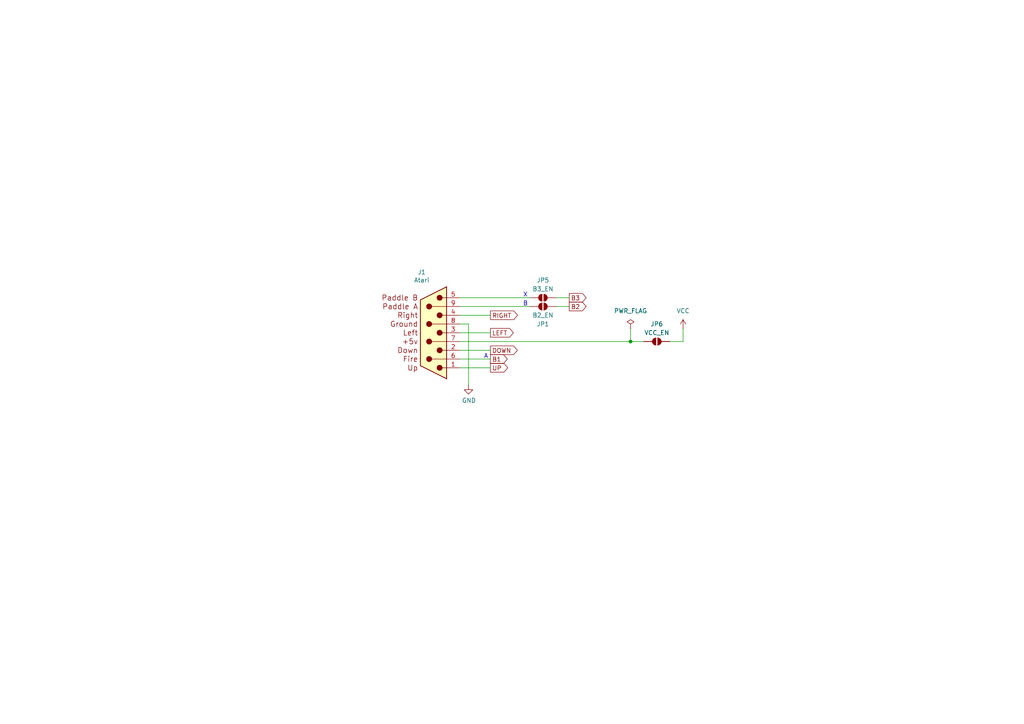
<source format=kicad_sch>
(kicad_sch (version 20231120) (generator "eeschema") (generator_version "8.0")
  (paper "A4")
  (lib_symbols
    (symbol "Jumper:SolderJumper_2_Open" (pin_numbers hide) (pin_names (offset 0) hide) (exclude_from_sim yes) (in_bom no)
      (property "Reference" "JP" (at 0 2.032 0))
      (property "Value" "SolderJumper_2_Open" (at 0 -2.54 0))
      (symbol "SolderJumper_2_Open_0_1"
        (arc (start -0.254 1.016) (mid -1.2656 0) (end -0.254 -1.016))
        (arc (start -0.254 1.016) (mid -1.2656 0) (end -0.254 -1.016) (fill (type outline)))
        (polyline (pts (xy -0.254 1.016) (xy -0.254 -1.016)))
        (polyline (pts (xy 0.254 1.016) (xy 0.254 -1.016)))
        (arc (start 0.254 -1.016) (mid 1.2656 0) (end 0.254 1.016))
        (arc (start 0.254 -1.016) (mid 1.2656 0) (end 0.254 1.016) (fill (type outline)))
      )
      (symbol "SolderJumper_2_Open_1_1"
        (pin passive line (at -3.81 0 0) (length 2.54) (name "A") (number "1"))
        (pin passive line (at 3.81 0 180) (length 2.54) (name "B") (number "2"))
      )
    )
    (symbol "atari_joystick:Atari_Port_Mounting" (pin_names (offset 1.016) hide)
      (property "Reference" "J" (at 0 13.97 0))
      (property "Value" "Atari_Port_Mounting" (at 0 16.51 0))
      (symbol "Atari_Port_Mounting_0_0"
        (text "+5v" (at 4.445 -2.54 0) (effects (font (size 1.524 1.524)) (justify left)))
        (text "Down" (at 4.445 -5.08 0) (effects (font (size 1.524 1.524)) (justify left)))
        (text "Fire" (at 4.445 -7.62 0) (effects (font (size 1.524 1.524)) (justify left)))
        (text "Ground" (at 4.445 2.54 0) (effects (font (size 1.524 1.524)) (justify left)))
        (text "Left" (at 4.445 0 0) (effects (font (size 1.524 1.524)) (justify left)))
        (text "Paddle A" (at 4.445 7.62 0) (effects (font (size 1.524 1.524)) (justify left)))
        (text "Paddle B" (at 4.445 10.16 0) (effects (font (size 1.524 1.524)) (justify left)))
        (text "Right" (at 4.445 5.08 0) (effects (font (size 1.524 1.524)) (justify left)))
        (text "Up" (at 4.445 -10.16 0) (effects (font (size 1.524 1.524)) (justify left)))
      )
      (symbol "Atari_Port_Mounting_0_1"
        (circle (center -1.778 -10.16) (radius 0.762) (fill (type outline)))
        (circle (center -1.778 -5.08) (radius 0.762) (fill (type outline)))
        (circle (center -1.778 0) (radius 0.762) (fill (type outline)))
        (circle (center -1.778 5.08) (radius 0.762) (fill (type outline)))
        (circle (center -1.778 10.16) (radius 0.762) (fill (type outline)))
        (polyline (pts (xy -3.81 -10.16) (xy -2.54 -10.16)))
        (polyline (pts (xy -3.81 -7.62) (xy 0.508 -7.62)))
        (polyline (pts (xy -3.81 -5.08) (xy -2.54 -5.08)))
        (polyline (pts (xy -3.81 -2.54) (xy 0.508 -2.54)))
        (polyline (pts (xy -3.81 0) (xy -2.54 0)))
        (polyline (pts (xy -3.81 2.54) (xy 0.508 2.54)))
        (polyline (pts (xy -3.81 5.08) (xy -2.54 5.08)))
        (polyline (pts (xy -3.81 7.62) (xy 0.508 7.62)))
        (polyline (pts (xy -3.81 10.16) (xy -2.54 10.16)))
        (polyline (pts (xy -3.81 -13.335) (xy -3.81 13.335) (xy 3.81 9.525) (xy 3.81 -9.525) (xy -3.81 -13.335)) (stroke (width 0.254)) (fill (type background)))
        (circle (center 1.27 -7.62) (radius 0.762) (fill (type outline)))
        (circle (center 1.27 -2.54) (radius 0.762) (fill (type outline)))
        (circle (center 1.27 2.54) (radius 0.762) (fill (type outline)))
        (circle (center 1.27 7.62) (radius 0.762) (fill (type outline)))
      )
      (symbol "Atari_Port_Mounting_1_1"
        (pin no_connect line (at -3.81 -17.78 90) (length 5.08) hide (name "Mounting") (number "0"))
        (pin passive line (at -7.62 -10.16 0) (length 3.81) (name "1") (number "1"))
        (pin passive line (at -7.62 -5.08 0) (length 3.81) (name "2") (number "2"))
        (pin passive line (at -7.62 0 0) (length 3.81) (name "3") (number "3"))
        (pin passive line (at -7.62 5.08 0) (length 3.81) (name "4") (number "4"))
        (pin passive line (at -7.62 10.16 0) (length 3.81) (name "5") (number "5"))
        (pin passive line (at -7.62 -7.62 0) (length 3.81) (name "6") (number "6"))
        (pin power_in line (at -7.62 -2.54 0) (length 3.81) (name "VCC") (number "7"))
        (pin power_in line (at -7.62 2.54 0) (length 3.81) (name "GND") (number "8"))
        (pin passive line (at -7.62 7.62 0) (length 3.81) (name "9") (number "9"))
      )
    )
    (symbol "power:GND" (power) (pin_numbers hide) (pin_names (offset 0) hide)
      (property "Value" "GND" (at 0 -3.81 0))
      (symbol "GND_0_1"
        (polyline (pts (xy 0 0) (xy 0 -1.27) (xy 1.27 -1.27) (xy 0 -2.54) (xy -1.27 -1.27) (xy 0 -1.27)))
      )
      (symbol "GND_1_1"
        (pin power_in line (at 0 0 270) (length 0) (name "~") (number "1"))
      )
    )
    (symbol "power:PWR_FLAG" (power) (pin_numbers hide) (pin_names (offset 0) hide)
      (property "Value" "PWR_FLAG" (at 0 3.81 0))
      (symbol "PWR_FLAG_0_0"
        (pin power_out line (at 0 0 90) (length 0) (name "~") (number "1"))
      )
      (symbol "PWR_FLAG_0_1"
        (polyline (pts (xy 0 0) (xy 0 1.27) (xy -1.016 1.905) (xy 0 2.54) (xy 1.016 1.905) (xy 0 1.27)))
      )
    )
    (symbol "power:VCC" (power) (pin_numbers hide) (pin_names (offset 0) hide)
      (property "Value" "VCC" (at 0 3.556 0))
      (symbol "VCC_0_1"
        (polyline (pts (xy -0.762 1.27) (xy 0 2.54)))
        (polyline (pts (xy 0 0) (xy 0 2.54)))
        (polyline (pts (xy 0 2.54) (xy 0.762 1.27)))
      )
      (symbol "VCC_1_1"
        (pin power_in line (at 0 0 90) (length 0) (name "~") (number "1"))
      )
    )
  )
  (junction (at 182.88 99.06))
  (wire (pts (xy 133.35 96.52) (xy 142.24 96.52)))
  (wire (pts (xy 133.35 99.06) (xy 182.88 99.06)))
  (wire (pts (xy 133.35 91.44) (xy 142.24 91.44)))
  (wire (pts (xy 182.88 95.25) (xy 182.88 99.06)))
  (wire (pts (xy 161.29 86.36) (xy 165.1 86.36)))
  (wire (pts (xy 133.35 93.98) (xy 135.89 93.98)))
  (wire (pts (xy 135.89 93.98) (xy 135.89 111.76)))
  (wire (pts (xy 133.35 86.36) (xy 153.67 86.36)))
  (wire (pts (xy 133.35 88.9) (xy 153.67 88.9)))
  (wire (pts (xy 133.35 106.68) (xy 142.24 106.68)))
  (wire (pts (xy 133.35 101.6) (xy 142.24 101.6)))
  (wire (pts (xy 198.12 95.25) (xy 198.12 99.06)))
  (wire (pts (xy 194.31 99.06) (xy 198.12 99.06)))
  (wire (pts (xy 182.88 99.06) (xy 186.69 99.06)))
  (wire (pts (xy 161.29 88.9) (xy 165.1 88.9)))
  (wire (pts (xy 133.35 104.14) (xy 142.24 104.14)))
  (text "A" (at 140.97 104.14 0) (effects (font (size 1.27 1.27)) (justify bottom)))
  (text "B" (at 152.4 88.9 0) (effects (font (size 1.27 1.27)) (justify bottom)))
  (text "X" (at 152.4 86.36 0) (effects (font (size 1.27 1.27)) (justify bottom)))
  (global_label "RIGHT" (shape output) (at 142.24 91.44 0) (property "Intersheetrefs" "${INTERSHEET_REFS}" (effects (hide yes))))
  (global_label "DOWN" (shape output) (at 142.24 101.6 0) (property "Intersheetrefs" "${INTERSHEET_REFS}" (effects (hide yes))))
  (global_label "UP" (shape output) (at 142.24 106.68 0) (property "Intersheetrefs" "${INTERSHEET_REFS}" (effects (hide yes))))
  (global_label "B1" (shape output) (at 142.24 104.14 0) (property "Intersheetrefs" "${INTERSHEET_REFS}" (effects (hide yes))))
  (global_label "B3" (shape output) (at 165.1 86.36 0) (property "Intersheetrefs" "${INTERSHEET_REFS}" (effects (hide yes))))
  (global_label "B2" (shape output) (at 165.1 88.9 0) (property "Intersheetrefs" "${INTERSHEET_REFS}" (effects (hide yes))))
  (global_label "LEFT" (shape output) (at 142.24 96.52 0) (property "Intersheetrefs" "${INTERSHEET_REFS}" (effects (hide yes))))
  (symbol (lib_id "power:PWR_FLAG") (at 182.88 95.25 0) (unit 1)
    (property "Reference" "#FLG02" (effects (hide yes)))
    (property "Value" "PWR_FLAG" (at 182.88 90.17 0))
    (property "Description" "Special symbol for telling ERC where power comes from" (effects (hide yes)))
  )
  (symbol (lib_id "Jumper:SolderJumper_2_Open") (at 190.5 99.06 0) (unit 1) (exclude_from_sim yes) (in_bom no)
    (property "Reference" "JP6" (at 190.5 93.98 0))
    (property "Value" "VCC_EN" (at 190.5 96.52 0))
    (property "Footprint" "solder_bridge:bridge" (effects (hide yes)))
    (property "Description" "Solder Jumper, 2-pole, open" (effects (hide yes)))
  )
  (symbol (lib_id "Jumper:SolderJumper_2_Open") (at 157.48 88.9 0) (mirror x) (unit 1) (exclude_from_sim yes) (in_bom no)
    (property "Reference" "JP1" (at 157.48 93.98 0))
    (property "Value" "B2_EN" (at 157.48 91.44 0))
    (property "Footprint" "solder_bridge:bridge" (effects (hide yes)))
    (property "Description" "Solder Jumper, 2-pole, open" (effects (hide yes)))
  )
  (symbol (lib_id "Jumper:SolderJumper_2_Open") (at 157.48 86.36 0) (unit 1) (exclude_from_sim yes) (in_bom no)
    (property "Reference" "JP5" (at 157.48 81.28 0))
    (property "Value" "B3_EN" (at 157.48 83.82 0))
    (property "Footprint" "solder_bridge:bridge" (effects (hide yes)))
    (property "Description" "Solder Jumper, 2-pole, open" (effects (hide yes)))
  )
  (symbol (lib_id "power:VCC") (at 198.12 95.25 0) (unit 1)
    (property "Reference" "#PWR010" (effects (hide yes)))
    (property "Value" "VCC" (at 198.12 90.17 0))
    (property "Description" "Power symbol creates a global label with name \"VCC\"" (effects (hide yes)))
  )
  (symbol (lib_id "atari_joystick:Atari_Port_Mounting") (at 125.73 96.52 0) (mirror y) (unit 1)
    (property "Reference" "J1" (at 122.3264 78.9432 0))
    (property "Value" "Atari" (at 122.3264 81.2546 0))
    (property "Footprint" "RND_DSUB:DSUB-9_Male_Horizontal_P2.77x2.84mm_EdgePinOffset7.70mm_Housed_MountingHolesOffset9.12mm" (effects (hide yes)))
    (property "Description" "9-pin male D-SUB connector" (effects (hide yes)))
  )
  (symbol (lib_id "power:GND") (at 135.89 111.76 0) (unit 1)
    (property "Reference" "#PWR020" (effects (hide yes)))
    (property "Value" "GND" (at 136.017 116.1542 0))
  )
)
</source>
